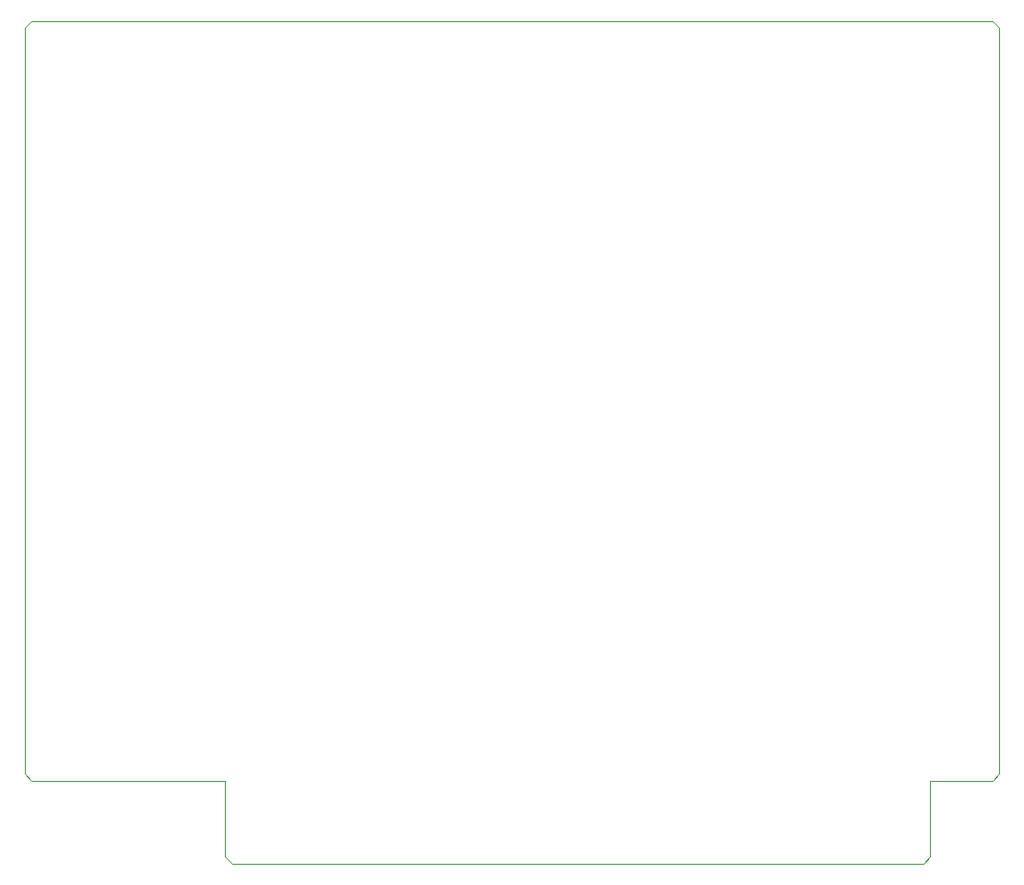
<source format=gbr>
G04 #@! TF.GenerationSoftware,KiCad,Pcbnew,(6.0.2-0)*
G04 #@! TF.CreationDate,2022-02-20T11:19:09-05:00*
G04 #@! TF.ProjectId,Apple2IORPi,4170706c-6532-4494-9f52-50692e6b6963,0.6*
G04 #@! TF.SameCoordinates,Original*
G04 #@! TF.FileFunction,Profile,NP*
%FSLAX46Y46*%
G04 Gerber Fmt 4.6, Leading zero omitted, Abs format (unit mm)*
G04 Created by KiCad (PCBNEW (6.0.2-0)) date 2022-02-20 11:19:09*
%MOMM*%
%LPD*%
G01*
G04 APERTURE LIST*
G04 #@! TA.AperFunction,Profile*
%ADD10C,0.050000*%
G04 #@! TD*
G04 APERTURE END LIST*
D10*
X122555000Y-111760000D02*
X122555000Y-118745000D01*
X104140000Y-111125000D02*
X104140000Y-42545000D01*
X193040000Y-111760000D02*
X193675000Y-111125000D01*
X193675000Y-111125000D02*
X193675000Y-42545000D01*
X108585000Y-111760000D02*
X122555000Y-111760000D01*
X193675000Y-42545000D02*
X193040000Y-41910000D01*
X108585000Y-111760000D02*
X104775000Y-111760000D01*
X123190000Y-119380000D02*
X186690000Y-119380000D01*
X104775000Y-41910000D02*
X193040000Y-41910000D01*
X122555000Y-118745000D02*
X123190000Y-119380000D01*
X186690000Y-119380000D02*
X187325000Y-118745000D01*
X187325000Y-118745000D02*
X187325000Y-111760000D01*
X187325000Y-111760000D02*
X193040000Y-111760000D01*
X104140000Y-42545000D02*
X104775000Y-41910000D01*
X104775000Y-111760000D02*
X104140000Y-111125000D01*
M02*

</source>
